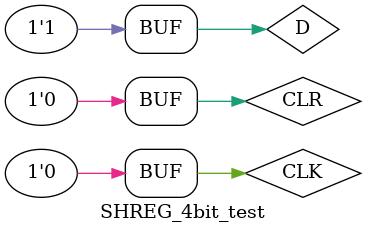
<source format=v>
`timescale 1ns / 1ps


module SHREG_4bit_test;

	// Inputs
	reg CLK;
	reg CLR;
	reg D;

	// Outputs
	wire [3:0] Q;

	// Instantiate the Unit Under Test (UUT)
	SHREG_4bit uut (
		.CLK(CLK), 
		.CLR(CLR), 
		.D(D), 
		.Q(Q)
	);

	initial begin
		// Initialize Inputs
		CLK = 0;
		CLR = 0;
		D = 0;

		// Wait 100 ns for global reset to finish
		#100;
    
    
    // Reset the flip-flop
    CLR <= 1;
    #50;
    CLR <= 0;
    #50;
    
		// Add stimulus here
    D <= 1;
    
    CLK <= 1;
    #50;
    CLK <= 0;
    #50;
    
    CLK <= 1;
    #50;
    CLK <= 0;
    #50;
    
    CLK <= 1;
    #50;
    CLK <= 0;
    #50;
    
    CLK <= 1;
    #50;
    CLK <= 0;
    #50;
    
    
    #100;
    CLR <= 1;
    #50;
    CLR <= 0;
    #50;

	end
      
endmodule


</source>
